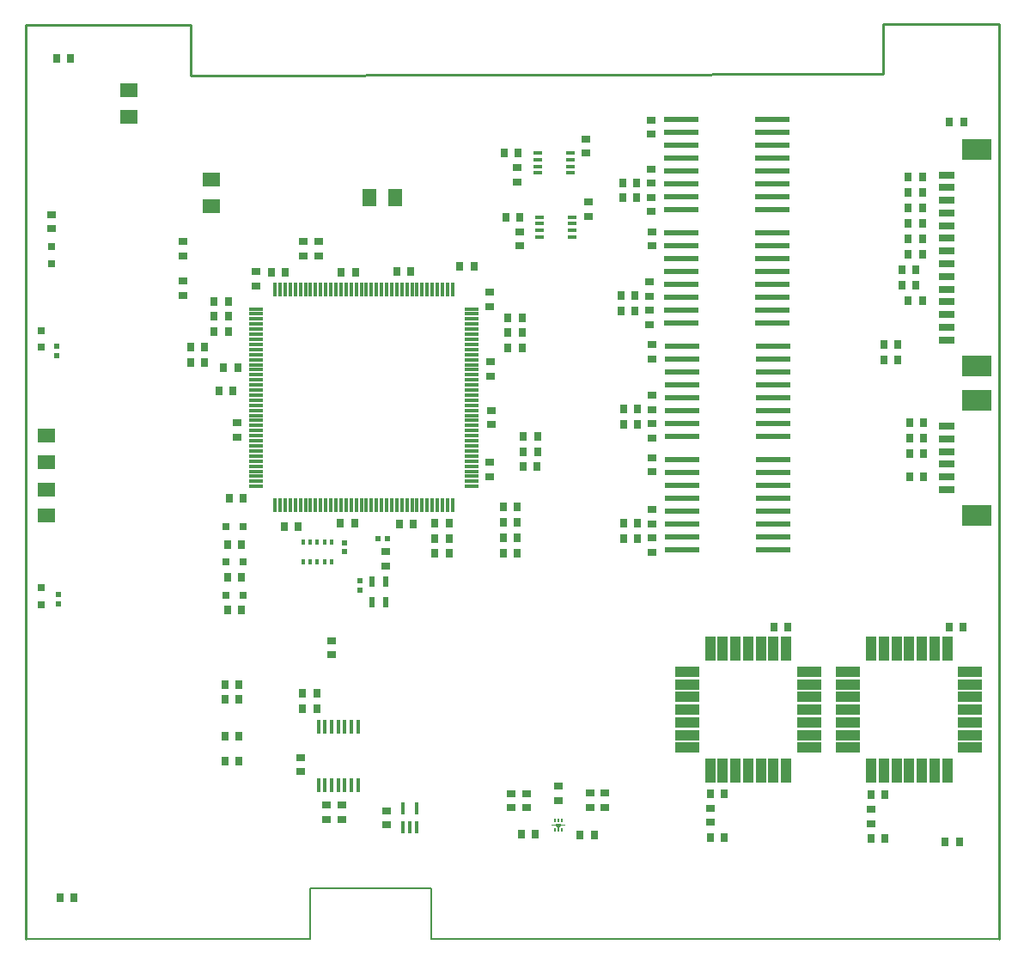
<source format=gtp>
G04*
G04 #@! TF.GenerationSoftware,Altium Limited,Altium Designer,21.8.1 (53)*
G04*
G04 Layer_Color=8421504*
%FSLAX25Y25*%
%MOIN*%
G70*
G04*
G04 #@! TF.SameCoordinates,1DA8EEA3-8410-44CE-929F-920E368E6BCF*
G04*
G04*
G04 #@! TF.FilePolarity,Positive*
G04*
G01*
G75*
%ADD16C,0.01000*%
%ADD19C,0.00800*%
G04:AMPARAMS|DCode=23|XSize=46.85mil|YSize=15.75mil|CornerRadius=1.97mil|HoleSize=0mil|Usage=FLASHONLY|Rotation=90.000|XOffset=0mil|YOffset=0mil|HoleType=Round|Shape=RoundedRectangle|*
%AMROUNDEDRECTD23*
21,1,0.04685,0.01181,0,0,90.0*
21,1,0.04291,0.01575,0,0,90.0*
1,1,0.00394,0.00591,0.02146*
1,1,0.00394,0.00591,-0.02146*
1,1,0.00394,-0.00591,-0.02146*
1,1,0.00394,-0.00591,0.02146*
%
%ADD23ROUNDEDRECTD23*%
%ADD24R,0.03543X0.03150*%
%ADD25R,0.13780X0.02362*%
%ADD26R,0.03150X0.03150*%
%ADD27R,0.11811X0.08268*%
%ADD28R,0.06299X0.03150*%
%ADD29R,0.03150X0.03543*%
%ADD30R,0.02165X0.02165*%
%ADD31R,0.03150X0.03150*%
%ADD32R,0.02000X0.04200*%
%ADD33R,0.03543X0.01181*%
G04:AMPARAMS|DCode=34|XSize=90.55mil|YSize=39.37mil|CornerRadius=0mil|HoleSize=0mil|Usage=FLASHONLY|Rotation=90.000|XOffset=0mil|YOffset=0mil|HoleType=Round|Shape=RoundedRectangle|*
%AMROUNDEDRECTD34*
21,1,0.09055,0.03937,0,0,90.0*
21,1,0.09055,0.03937,0,0,90.0*
1,1,0.00000,0.01968,0.04528*
1,1,0.00000,0.01968,-0.04528*
1,1,0.00000,-0.01968,-0.04528*
1,1,0.00000,-0.01968,0.04528*
%
%ADD34ROUNDEDRECTD34*%
G04:AMPARAMS|DCode=35|XSize=90.55mil|YSize=39.37mil|CornerRadius=0mil|HoleSize=0mil|Usage=FLASHONLY|Rotation=0.000|XOffset=0mil|YOffset=0mil|HoleType=Round|Shape=RoundedRectangle|*
%AMROUNDEDRECTD35*
21,1,0.09055,0.03937,0,0,0.0*
21,1,0.09055,0.03937,0,0,0.0*
1,1,0.00000,0.04528,-0.01968*
1,1,0.00000,-0.04528,-0.01968*
1,1,0.00000,-0.04528,0.01968*
1,1,0.00000,0.04528,0.01968*
%
%ADD35ROUNDEDRECTD35*%
%ADD36R,0.00591X0.01299*%
%ADD37R,0.02165X0.02165*%
%ADD38R,0.01200X0.02400*%
%ADD39R,0.05315X0.01378*%
%ADD40R,0.01378X0.05315*%
%ADD41R,0.07087X0.05512*%
%ADD42R,0.05512X0.07087*%
%ADD43R,0.01378X0.05512*%
G36*
X208130Y44390D02*
X209252D01*
Y43799D01*
X207677D01*
X206988Y43110D01*
Y41535D01*
X206398D01*
Y43110D01*
X206053Y43455D01*
X205709Y43799D01*
X204134D01*
Y44390D01*
X205256D01*
X206043Y44606D01*
X207343D01*
X208130Y44390D01*
D02*
G37*
D16*
X377559Y0D02*
Y59055D01*
X63976Y335039D02*
Y354724D01*
X377559Y59055D02*
X377559Y355000D01*
X0Y354724D02*
X63976D01*
X332677Y355000D02*
X377559Y355000D01*
X63976Y335039D02*
X332677Y335615D01*
Y355000D01*
X0Y0D02*
Y354724D01*
D19*
X157480Y0D02*
X377559D01*
X0D02*
X110236D01*
X157480D02*
Y19685D01*
X110236D02*
X157480D01*
X110236Y0D02*
Y19685D01*
D23*
X146441Y50759D02*
D03*
X151559D02*
D03*
Y43200D02*
D03*
X149000D02*
D03*
X146441D02*
D03*
D24*
X140200Y44244D02*
D03*
Y49756D02*
D03*
X243110Y225000D02*
D03*
Y230512D02*
D03*
X242913Y268898D02*
D03*
Y274409D02*
D03*
X180300Y218388D02*
D03*
Y223900D02*
D03*
X224803Y56496D02*
D03*
Y50984D02*
D03*
X188484Y50886D02*
D03*
Y56398D02*
D03*
X206693Y59153D02*
D03*
Y53642D02*
D03*
X218504Y285925D02*
D03*
Y280413D02*
D03*
X191634Y268799D02*
D03*
Y274311D02*
D03*
X217421Y310335D02*
D03*
Y304823D02*
D03*
X194390Y56398D02*
D03*
Y50886D02*
D03*
X242831Y298742D02*
D03*
Y293230D02*
D03*
X242110Y243811D02*
D03*
Y238299D02*
D03*
X242831Y287719D02*
D03*
Y282207D02*
D03*
Y317640D02*
D03*
Y312128D02*
D03*
X242110Y249323D02*
D03*
Y254835D02*
D03*
X243110Y186614D02*
D03*
Y181102D02*
D03*
X243110Y199803D02*
D03*
Y194291D02*
D03*
X243110Y166535D02*
D03*
Y161024D02*
D03*
Y155512D02*
D03*
Y150000D02*
D03*
X243110Y210827D02*
D03*
Y205315D02*
D03*
X180600Y205000D02*
D03*
Y199488D02*
D03*
X180200Y179388D02*
D03*
Y184900D02*
D03*
X139764Y144587D02*
D03*
Y150098D02*
D03*
X82100Y200256D02*
D03*
Y194744D02*
D03*
X180100Y245344D02*
D03*
Y250856D02*
D03*
X113620Y270584D02*
D03*
Y265072D02*
D03*
X61024Y255118D02*
D03*
Y249606D02*
D03*
X89500Y253400D02*
D03*
Y258912D02*
D03*
X107700Y270556D02*
D03*
Y265044D02*
D03*
X265800Y50656D02*
D03*
Y45144D02*
D03*
X328100Y50112D02*
D03*
Y44600D02*
D03*
X10000Y281000D02*
D03*
Y275488D02*
D03*
X190847Y293701D02*
D03*
Y299213D02*
D03*
X106733Y64885D02*
D03*
Y70397D02*
D03*
X118544Y110161D02*
D03*
Y115672D02*
D03*
X116670Y46283D02*
D03*
Y51794D02*
D03*
X122580Y46283D02*
D03*
Y51794D02*
D03*
X61024Y264961D02*
D03*
Y270472D02*
D03*
X218898Y56496D02*
D03*
Y50984D02*
D03*
D25*
X290074Y210025D02*
D03*
Y205025D02*
D03*
Y200025D02*
D03*
Y195025D02*
D03*
X254641D02*
D03*
Y200025D02*
D03*
Y205025D02*
D03*
Y210025D02*
D03*
Y215025D02*
D03*
Y230025D02*
D03*
Y225025D02*
D03*
Y220025D02*
D03*
X290074Y215025D02*
D03*
Y220025D02*
D03*
Y225025D02*
D03*
Y230025D02*
D03*
X289748Y254087D02*
D03*
Y249087D02*
D03*
Y244087D02*
D03*
Y239087D02*
D03*
X254315D02*
D03*
Y244087D02*
D03*
Y249087D02*
D03*
Y254087D02*
D03*
Y259087D02*
D03*
Y274087D02*
D03*
Y269087D02*
D03*
Y264087D02*
D03*
X289748Y259087D02*
D03*
Y264087D02*
D03*
Y269087D02*
D03*
Y274087D02*
D03*
X289810Y317832D02*
D03*
Y312832D02*
D03*
Y307832D02*
D03*
Y302832D02*
D03*
X254377Y307832D02*
D03*
Y312832D02*
D03*
Y317832D02*
D03*
Y302832D02*
D03*
Y297832D02*
D03*
Y292832D02*
D03*
Y287832D02*
D03*
Y282832D02*
D03*
X289810D02*
D03*
Y287832D02*
D03*
Y292832D02*
D03*
Y297832D02*
D03*
X290074Y185841D02*
D03*
Y180841D02*
D03*
Y175841D02*
D03*
Y170841D02*
D03*
X254641Y175841D02*
D03*
Y180841D02*
D03*
Y185841D02*
D03*
Y170841D02*
D03*
Y165841D02*
D03*
Y160841D02*
D03*
Y155841D02*
D03*
Y150841D02*
D03*
X290074D02*
D03*
Y155841D02*
D03*
Y160841D02*
D03*
Y165841D02*
D03*
D26*
X10000Y262000D02*
D03*
Y268496D02*
D03*
X6007Y235942D02*
D03*
Y229446D02*
D03*
X6054Y129719D02*
D03*
Y136215D02*
D03*
D27*
X368933Y222358D02*
D03*
Y306413D02*
D03*
Y208976D02*
D03*
Y164291D02*
D03*
D28*
X357516Y296374D02*
D03*
Y291453D02*
D03*
Y286531D02*
D03*
Y281610D02*
D03*
Y276689D02*
D03*
Y271768D02*
D03*
Y266846D02*
D03*
Y261925D02*
D03*
Y257004D02*
D03*
Y252083D02*
D03*
Y247161D02*
D03*
Y242240D02*
D03*
Y237319D02*
D03*
Y232398D02*
D03*
Y174331D02*
D03*
Y179252D02*
D03*
Y189094D02*
D03*
Y194016D02*
D03*
Y198937D02*
D03*
Y184173D02*
D03*
D29*
X363756Y121000D02*
D03*
X358244D02*
D03*
X83810Y140249D02*
D03*
X78298D02*
D03*
X83810Y153044D02*
D03*
X78298D02*
D03*
X83810Y127453D02*
D03*
X78298D02*
D03*
X185326Y155654D02*
D03*
X190838D02*
D03*
X168405Y260827D02*
D03*
X173917D02*
D03*
X69390Y223721D02*
D03*
X63878D02*
D03*
X80413Y212598D02*
D03*
X74902D02*
D03*
X82284Y221457D02*
D03*
X76772D02*
D03*
X186319Y280020D02*
D03*
X191831D02*
D03*
X191142Y304921D02*
D03*
X185630D02*
D03*
X347949Y289717D02*
D03*
X342437D02*
D03*
X237142Y293411D02*
D03*
X231630D02*
D03*
X237142Y287506D02*
D03*
X231630D02*
D03*
X236417Y243701D02*
D03*
X230906D02*
D03*
X236417Y249606D02*
D03*
X230906D02*
D03*
X237402Y205512D02*
D03*
X231890D02*
D03*
X237417Y161209D02*
D03*
X231906D02*
D03*
X237417Y155303D02*
D03*
X231906D02*
D03*
X237402Y199606D02*
D03*
X231890D02*
D03*
X347949Y295717D02*
D03*
X342437D02*
D03*
X339937Y259717D02*
D03*
X345449D02*
D03*
X342437Y283717D02*
D03*
X347949D02*
D03*
X347949Y271716D02*
D03*
X342437D02*
D03*
X342437Y265717D02*
D03*
X347949D02*
D03*
X347949Y277716D02*
D03*
X342437D02*
D03*
X342437Y247716D02*
D03*
X347949D02*
D03*
X339937Y253716D02*
D03*
X345449D02*
D03*
X332890Y230602D02*
D03*
X338402D02*
D03*
X342933Y179331D02*
D03*
X348445D02*
D03*
X342933Y194134D02*
D03*
X348445D02*
D03*
X342933Y188134D02*
D03*
X348445D02*
D03*
X342933Y200134D02*
D03*
X348445D02*
D03*
X332890Y224602D02*
D03*
X338402D02*
D03*
X193026Y194926D02*
D03*
X198538D02*
D03*
X193026Y189021D02*
D03*
X198538D02*
D03*
X185335Y161614D02*
D03*
X190847D02*
D03*
X158813Y149435D02*
D03*
X164325D02*
D03*
X158844Y161300D02*
D03*
X164356D02*
D03*
X185335Y149705D02*
D03*
X190847D02*
D03*
X185300Y167500D02*
D03*
X190812D02*
D03*
X105756Y160000D02*
D03*
X100244D02*
D03*
X144882Y160827D02*
D03*
X150394D02*
D03*
X158813Y155340D02*
D03*
X164325D02*
D03*
X198512Y183100D02*
D03*
X193000D02*
D03*
X84456Y170800D02*
D03*
X78944D02*
D03*
X127656Y161400D02*
D03*
X122144D02*
D03*
X187195Y235102D02*
D03*
X192706D02*
D03*
X187195Y229196D02*
D03*
X192706D02*
D03*
X187195Y241007D02*
D03*
X192706D02*
D03*
X122444Y258600D02*
D03*
X127956D02*
D03*
X143944Y258900D02*
D03*
X149456D02*
D03*
X100800Y258700D02*
D03*
X95288D02*
D03*
X356744Y37500D02*
D03*
X362256D02*
D03*
X333465Y55807D02*
D03*
X327953D02*
D03*
X265600Y56400D02*
D03*
X271112D02*
D03*
X265600Y39400D02*
D03*
X271112D02*
D03*
X295768Y121063D02*
D03*
X290256D02*
D03*
X333465Y38878D02*
D03*
X327953D02*
D03*
X73130Y247342D02*
D03*
X78642D02*
D03*
Y241437D02*
D03*
X73130D02*
D03*
X78642Y235531D02*
D03*
X73130D02*
D03*
X69390Y229626D02*
D03*
X63878D02*
D03*
X220669Y40157D02*
D03*
X215158D02*
D03*
X82717Y78665D02*
D03*
X77205D02*
D03*
X82717Y98743D02*
D03*
X77205D02*
D03*
X107520Y89294D02*
D03*
X113032D02*
D03*
X113032Y95200D02*
D03*
X107520D02*
D03*
X192323Y40551D02*
D03*
X197835D02*
D03*
X363976Y316929D02*
D03*
X358465D02*
D03*
X13244Y16000D02*
D03*
X18756D02*
D03*
X12008Y341535D02*
D03*
X17520D02*
D03*
X77205Y68822D02*
D03*
X82717D02*
D03*
X77205Y92838D02*
D03*
X82717D02*
D03*
D30*
X12554Y129924D02*
D03*
Y133467D02*
D03*
X12000Y226228D02*
D03*
Y229772D02*
D03*
X129600Y135228D02*
D03*
Y138772D02*
D03*
X123800Y150100D02*
D03*
Y153643D02*
D03*
D31*
X84302Y146154D02*
D03*
X77806D02*
D03*
X84302Y159934D02*
D03*
X77806D02*
D03*
X84302Y133359D02*
D03*
X77806D02*
D03*
D32*
X134442Y138700D02*
D03*
X139758D02*
D03*
Y130700D02*
D03*
X134442D02*
D03*
D33*
X212024Y277520D02*
D03*
X199307D02*
D03*
X212024Y274961D02*
D03*
X199307D02*
D03*
Y280079D02*
D03*
Y272402D02*
D03*
X212024Y280079D02*
D03*
Y272402D02*
D03*
X211405Y297205D02*
D03*
Y304882D02*
D03*
X198689Y297205D02*
D03*
Y304882D02*
D03*
Y299764D02*
D03*
X211405D02*
D03*
X198689Y302323D02*
D03*
X211405D02*
D03*
D34*
X280300Y65278D02*
D03*
X275379D02*
D03*
X270458D02*
D03*
X285221D02*
D03*
X265536D02*
D03*
X295064D02*
D03*
X290142D02*
D03*
X295064Y112522D02*
D03*
X285221D02*
D03*
X280300D02*
D03*
X275379D02*
D03*
X290142D02*
D03*
X265536D02*
D03*
X270458D02*
D03*
X342800Y65278D02*
D03*
X337879D02*
D03*
X332958D02*
D03*
X347721D02*
D03*
X328036D02*
D03*
X357564D02*
D03*
X352642D02*
D03*
X357564Y112522D02*
D03*
X347721D02*
D03*
X342800D02*
D03*
X337879D02*
D03*
X352642D02*
D03*
X328036D02*
D03*
X332958D02*
D03*
D35*
X256678Y79058D02*
D03*
Y74136D02*
D03*
X303922Y83979D02*
D03*
Y103664D02*
D03*
X256678D02*
D03*
Y98743D02*
D03*
Y93821D02*
D03*
Y88900D02*
D03*
Y83979D02*
D03*
X303922Y88900D02*
D03*
Y93821D02*
D03*
Y98743D02*
D03*
Y74136D02*
D03*
Y79058D02*
D03*
X319178D02*
D03*
Y74136D02*
D03*
X366422Y83979D02*
D03*
Y103664D02*
D03*
X319178D02*
D03*
Y98743D02*
D03*
Y93821D02*
D03*
Y88900D02*
D03*
Y83979D02*
D03*
X366422Y88900D02*
D03*
Y93821D02*
D03*
Y98743D02*
D03*
Y74136D02*
D03*
Y79058D02*
D03*
D36*
X205315Y42185D02*
D03*
X208071D02*
D03*
Y46004D02*
D03*
X206693D02*
D03*
X205315D02*
D03*
D37*
X136713Y155217D02*
D03*
X140256D02*
D03*
D38*
X118712Y146379D02*
D03*
X115956D02*
D03*
X113200D02*
D03*
X110444D02*
D03*
X107688D02*
D03*
Y153821D02*
D03*
X110444D02*
D03*
X113200D02*
D03*
X115956D02*
D03*
X118712D02*
D03*
D39*
X89355Y175511D02*
D03*
Y177480D02*
D03*
Y179448D02*
D03*
Y181416D02*
D03*
Y183385D02*
D03*
Y185354D02*
D03*
Y187322D02*
D03*
Y189291D02*
D03*
Y191259D02*
D03*
Y193228D02*
D03*
Y195196D02*
D03*
Y197165D02*
D03*
Y199133D02*
D03*
Y201102D02*
D03*
Y203070D02*
D03*
Y205039D02*
D03*
Y207007D02*
D03*
Y208976D02*
D03*
Y210944D02*
D03*
Y212913D02*
D03*
Y214881D02*
D03*
Y216850D02*
D03*
Y218818D02*
D03*
Y220787D02*
D03*
Y222755D02*
D03*
Y224724D02*
D03*
Y226692D02*
D03*
Y228661D02*
D03*
Y230629D02*
D03*
Y232598D02*
D03*
Y234566D02*
D03*
Y236535D02*
D03*
Y238503D02*
D03*
Y240472D02*
D03*
Y242440D02*
D03*
Y244409D02*
D03*
X173017D02*
D03*
Y242440D02*
D03*
Y240472D02*
D03*
Y238503D02*
D03*
Y236535D02*
D03*
Y234566D02*
D03*
Y232598D02*
D03*
Y230629D02*
D03*
Y228661D02*
D03*
Y224724D02*
D03*
Y222755D02*
D03*
Y220787D02*
D03*
Y218818D02*
D03*
Y216850D02*
D03*
Y214881D02*
D03*
Y212913D02*
D03*
Y210944D02*
D03*
Y208976D02*
D03*
Y207007D02*
D03*
Y205039D02*
D03*
Y203070D02*
D03*
Y201102D02*
D03*
Y199133D02*
D03*
Y197165D02*
D03*
Y195196D02*
D03*
Y193228D02*
D03*
Y191259D02*
D03*
Y189291D02*
D03*
Y187322D02*
D03*
Y185354D02*
D03*
Y183385D02*
D03*
Y181416D02*
D03*
Y179448D02*
D03*
Y177480D02*
D03*
Y175511D02*
D03*
Y226692D02*
D03*
D40*
X96737Y251790D02*
D03*
X98706D02*
D03*
X100674D02*
D03*
X102643D02*
D03*
X104611D02*
D03*
X106579D02*
D03*
X108548D02*
D03*
X110517D02*
D03*
X112485D02*
D03*
X114453D02*
D03*
X116422D02*
D03*
X118391D02*
D03*
X120359D02*
D03*
X122328D02*
D03*
X124296D02*
D03*
X126265D02*
D03*
X128233D02*
D03*
X130202D02*
D03*
X132170D02*
D03*
X134139D02*
D03*
X136107D02*
D03*
X138076D02*
D03*
X140044D02*
D03*
X142013D02*
D03*
X143981D02*
D03*
X145950D02*
D03*
X147918D02*
D03*
X149887D02*
D03*
X151855D02*
D03*
X153824D02*
D03*
X155792D02*
D03*
X157761D02*
D03*
X159729D02*
D03*
X161698D02*
D03*
X163666D02*
D03*
X165635D02*
D03*
Y168129D02*
D03*
X163666D02*
D03*
X161698D02*
D03*
X159729D02*
D03*
X157761D02*
D03*
X155792D02*
D03*
X153824D02*
D03*
X151855D02*
D03*
X149887D02*
D03*
X147918D02*
D03*
X145950D02*
D03*
X143981D02*
D03*
X142013D02*
D03*
X138076D02*
D03*
X136107D02*
D03*
X134139D02*
D03*
X132170D02*
D03*
X130202D02*
D03*
X124296D02*
D03*
X122328D02*
D03*
X120359D02*
D03*
X118391D02*
D03*
X116422D02*
D03*
X114453D02*
D03*
X112485D02*
D03*
X110517D02*
D03*
X108548D02*
D03*
X106579D02*
D03*
X104611D02*
D03*
X102643D02*
D03*
X100674D02*
D03*
X98706D02*
D03*
X96737D02*
D03*
X126265D02*
D03*
X128233D02*
D03*
X140044D02*
D03*
D41*
X40000Y329118D02*
D03*
Y318882D02*
D03*
X72000Y284382D02*
D03*
Y294618D02*
D03*
X7874Y195276D02*
D03*
Y185039D02*
D03*
Y164173D02*
D03*
Y174409D02*
D03*
D42*
X133264Y287500D02*
D03*
X143500D02*
D03*
D43*
X116182Y82109D02*
D03*
X118741D02*
D03*
X121300D02*
D03*
X123859D02*
D03*
X126418D02*
D03*
X123859Y59472D02*
D03*
X126418D02*
D03*
X128977D02*
D03*
X121300D02*
D03*
X118741D02*
D03*
X116182D02*
D03*
X113623D02*
D03*
Y82109D02*
D03*
X128977D02*
D03*
M02*

</source>
